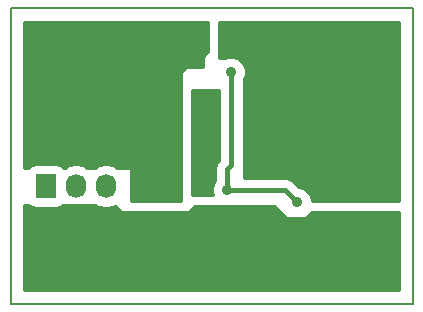
<source format=gbl>
G04 #@! TF.FileFunction,Copper,L2,Bot,Signal*
%FSLAX46Y46*%
G04 Gerber Fmt 4.6, Leading zero omitted, Abs format (unit mm)*
G04 Created by KiCad (PCBNEW 4.0.1-stable) date 2016/03/05 14:46:34*
%MOMM*%
G01*
G04 APERTURE LIST*
%ADD10C,0.100000*%
%ADD11C,0.150000*%
%ADD12C,0.900000*%
%ADD13C,5.999480*%
%ADD14R,1.727200X2.032000*%
%ADD15O,1.727200X2.032000*%
%ADD16C,0.400000*%
%ADD17C,0.254000*%
G04 APERTURE END LIST*
D10*
D11*
X0Y25000000D02*
X34000000Y25000000D01*
X0Y0D02*
X0Y25000000D01*
X34000000Y0D02*
X34000000Y25000000D01*
X0Y0D02*
X34000000Y0D01*
D12*
X32300000Y7200000D03*
X1900000Y7500000D03*
X9300000Y5100000D03*
X6500000Y7600000D03*
X7800000Y2800000D03*
X11200000Y1800000D03*
X15500000Y2000000D03*
X20300000Y2000000D03*
X25800000Y2200000D03*
X28700000Y11400000D03*
X30200000Y15900000D03*
X27900000Y13500000D03*
X27800000Y15800000D03*
X32300000Y11500000D03*
X32100000Y9200000D03*
X29600000Y9200000D03*
X26800000Y9200000D03*
X25500000Y10600000D03*
X32300000Y14300000D03*
X32100000Y17700000D03*
X27600000Y17900000D03*
X26000000Y20100000D03*
X25500000Y22400000D03*
X23100000Y20900000D03*
X22000000Y23200000D03*
X20100000Y20800000D03*
X22300000Y12200000D03*
X20400000Y12200000D03*
X24100000Y12200000D03*
X25400000Y13500000D03*
X25500000Y15400000D03*
X25100000Y17100000D03*
X24000000Y18500000D03*
X22200000Y18500000D03*
X20200000Y18500000D03*
X6000000Y14600000D03*
X12900000Y11400000D03*
X5100000Y17000000D03*
X9300000Y23000000D03*
X12900000Y23000000D03*
X15800000Y23000000D03*
X14600000Y20500000D03*
X12200000Y20600000D03*
X10200000Y20500000D03*
X8700000Y19300000D03*
X8700000Y17400000D03*
X8700000Y15500000D03*
X9500000Y13600000D03*
X11700000Y13600000D03*
X13800000Y13600000D03*
X7600000Y12300000D03*
X4800000Y12300000D03*
X1900000Y12500000D03*
X1700000Y17200000D03*
D13*
X4100000Y4100000D03*
X29900000Y4100000D03*
X4100000Y20900000D03*
X29900000Y20900000D03*
D14*
X2950000Y9950000D03*
D15*
X5490000Y9950000D03*
X8030000Y9950000D03*
D12*
X3200000Y14800000D03*
X18500000Y23000000D03*
X26400000Y7000000D03*
X16200000Y13300000D03*
X18600000Y19650000D03*
X24200000Y8600000D03*
X18300000Y9600000D03*
X17000000Y16900000D03*
X17000000Y15200000D03*
D16*
X18300000Y9600000D02*
X18300000Y11400000D01*
X18600000Y11700000D02*
X18600000Y19650000D01*
X18300000Y11400000D02*
X18600000Y11700000D01*
X18300000Y9600000D02*
X23200000Y9600000D01*
X23200000Y9600000D02*
X24200000Y8600000D01*
X17000000Y16900000D02*
X17000000Y15200000D01*
D17*
G36*
X32873000Y8727000D02*
X25477111Y8727000D01*
X25477221Y8852897D01*
X25283219Y9322417D01*
X24924307Y9681957D01*
X24455125Y9876778D01*
X24375550Y9876847D01*
X23926199Y10326199D01*
X23706829Y10472777D01*
X23689803Y10489803D01*
X23647789Y10517666D01*
X23636284Y10519913D01*
X23593016Y10548824D01*
X23200000Y10627000D01*
X19727000Y10627000D01*
X19727000Y19034169D01*
X19876778Y19394875D01*
X19877221Y19902897D01*
X19683219Y20372417D01*
X19324307Y20731957D01*
X18855125Y20926778D01*
X18347103Y20927221D01*
X18104550Y20827000D01*
X17627000Y20827000D01*
X17627000Y23873000D01*
X32873000Y23873000D01*
X32873000Y8727000D01*
X32873000Y8727000D01*
G37*
X32873000Y8727000D02*
X25477111Y8727000D01*
X25477221Y8852897D01*
X25283219Y9322417D01*
X24924307Y9681957D01*
X24455125Y9876778D01*
X24375550Y9876847D01*
X23926199Y10326199D01*
X23706829Y10472777D01*
X23689803Y10489803D01*
X23647789Y10517666D01*
X23636284Y10519913D01*
X23593016Y10548824D01*
X23200000Y10627000D01*
X19727000Y10627000D01*
X19727000Y19034169D01*
X19876778Y19394875D01*
X19877221Y19902897D01*
X19683219Y20372417D01*
X19324307Y20731957D01*
X18855125Y20926778D01*
X18347103Y20927221D01*
X18104550Y20827000D01*
X17627000Y20827000D01*
X17627000Y23873000D01*
X32873000Y23873000D01*
X32873000Y8727000D01*
G36*
X16673000Y21352606D02*
X16310197Y20989803D01*
X16282334Y20947789D01*
X16273000Y20900000D01*
X16273000Y20027000D01*
X15000000Y20027000D01*
X14950590Y20016994D01*
X14920664Y19999170D01*
X14420664Y19599170D01*
X14388331Y19560491D01*
X14373000Y19500000D01*
X14373000Y8727000D01*
X10127000Y8727000D01*
X10127000Y11400000D01*
X10116994Y11449410D01*
X10088553Y11491035D01*
X10046159Y11518315D01*
X10000000Y11527000D01*
X8936503Y11527000D01*
X8676965Y11700418D01*
X8030000Y11829107D01*
X7383035Y11700418D01*
X7123497Y11527000D01*
X6396503Y11527000D01*
X6136965Y11700418D01*
X5490000Y11829107D01*
X4843035Y11700418D01*
X4583497Y11527000D01*
X4435348Y11527000D01*
X4418013Y11553939D01*
X4141652Y11742769D01*
X3813600Y11809201D01*
X2086400Y11809201D01*
X1779932Y11751535D01*
X1498461Y11570413D01*
X1468798Y11527000D01*
X1127000Y11527000D01*
X1127000Y23873000D01*
X16673000Y23873000D01*
X16673000Y21352606D01*
X16673000Y21352606D01*
G37*
X16673000Y21352606D02*
X16310197Y20989803D01*
X16282334Y20947789D01*
X16273000Y20900000D01*
X16273000Y20027000D01*
X15000000Y20027000D01*
X14950590Y20016994D01*
X14920664Y19999170D01*
X14420664Y19599170D01*
X14388331Y19560491D01*
X14373000Y19500000D01*
X14373000Y8727000D01*
X10127000Y8727000D01*
X10127000Y11400000D01*
X10116994Y11449410D01*
X10088553Y11491035D01*
X10046159Y11518315D01*
X10000000Y11527000D01*
X8936503Y11527000D01*
X8676965Y11700418D01*
X8030000Y11829107D01*
X7383035Y11700418D01*
X7123497Y11527000D01*
X6396503Y11527000D01*
X6136965Y11700418D01*
X5490000Y11829107D01*
X4843035Y11700418D01*
X4583497Y11527000D01*
X4435348Y11527000D01*
X4418013Y11553939D01*
X4141652Y11742769D01*
X3813600Y11809201D01*
X2086400Y11809201D01*
X1779932Y11751535D01*
X1498461Y11570413D01*
X1468798Y11527000D01*
X1127000Y11527000D01*
X1127000Y23873000D01*
X16673000Y23873000D01*
X16673000Y21352606D01*
G36*
X1481987Y8346061D02*
X1758348Y8157231D01*
X2086400Y8090799D01*
X3813600Y8090799D01*
X4120068Y8148465D01*
X4401539Y8329587D01*
X4431202Y8373000D01*
X7123497Y8373000D01*
X7383035Y8199582D01*
X8030000Y8070893D01*
X8676965Y8199582D01*
X8823141Y8297253D01*
X9310197Y7810197D01*
X9352211Y7782334D01*
X9400000Y7773000D01*
X15000000Y7773000D01*
X15049410Y7783006D01*
X15089803Y7810197D01*
X15552606Y8273000D01*
X22247394Y8273000D01*
X23210197Y7310197D01*
X23252211Y7282334D01*
X23300000Y7273000D01*
X24900000Y7273000D01*
X24949410Y7283006D01*
X24989803Y7310197D01*
X25452606Y7773000D01*
X32873000Y7773000D01*
X32873000Y1127000D01*
X1127000Y1127000D01*
X1127000Y8373000D01*
X1464652Y8373000D01*
X1481987Y8346061D01*
X1481987Y8346061D01*
G37*
X1481987Y8346061D02*
X1758348Y8157231D01*
X2086400Y8090799D01*
X3813600Y8090799D01*
X4120068Y8148465D01*
X4401539Y8329587D01*
X4431202Y8373000D01*
X7123497Y8373000D01*
X7383035Y8199582D01*
X8030000Y8070893D01*
X8676965Y8199582D01*
X8823141Y8297253D01*
X9310197Y7810197D01*
X9352211Y7782334D01*
X9400000Y7773000D01*
X15000000Y7773000D01*
X15049410Y7783006D01*
X15089803Y7810197D01*
X15552606Y8273000D01*
X22247394Y8273000D01*
X23210197Y7310197D01*
X23252211Y7282334D01*
X23300000Y7273000D01*
X24900000Y7273000D01*
X24949410Y7283006D01*
X24989803Y7310197D01*
X25452606Y7773000D01*
X32873000Y7773000D01*
X32873000Y1127000D01*
X1127000Y1127000D01*
X1127000Y8373000D01*
X1464652Y8373000D01*
X1481987Y8346061D01*
G36*
X17573000Y12125000D02*
X17351176Y11793016D01*
X17273000Y11400000D01*
X17273000Y10379168D01*
X17218043Y10324307D01*
X17023222Y9855125D01*
X17022779Y9347103D01*
X17072405Y9227000D01*
X15327000Y9227000D01*
X15327000Y18073000D01*
X17573000Y18073000D01*
X17573000Y12125000D01*
X17573000Y12125000D01*
G37*
X17573000Y12125000D02*
X17351176Y11793016D01*
X17273000Y11400000D01*
X17273000Y10379168D01*
X17218043Y10324307D01*
X17023222Y9855125D01*
X17022779Y9347103D01*
X17072405Y9227000D01*
X15327000Y9227000D01*
X15327000Y18073000D01*
X17573000Y18073000D01*
X17573000Y12125000D01*
M02*

</source>
